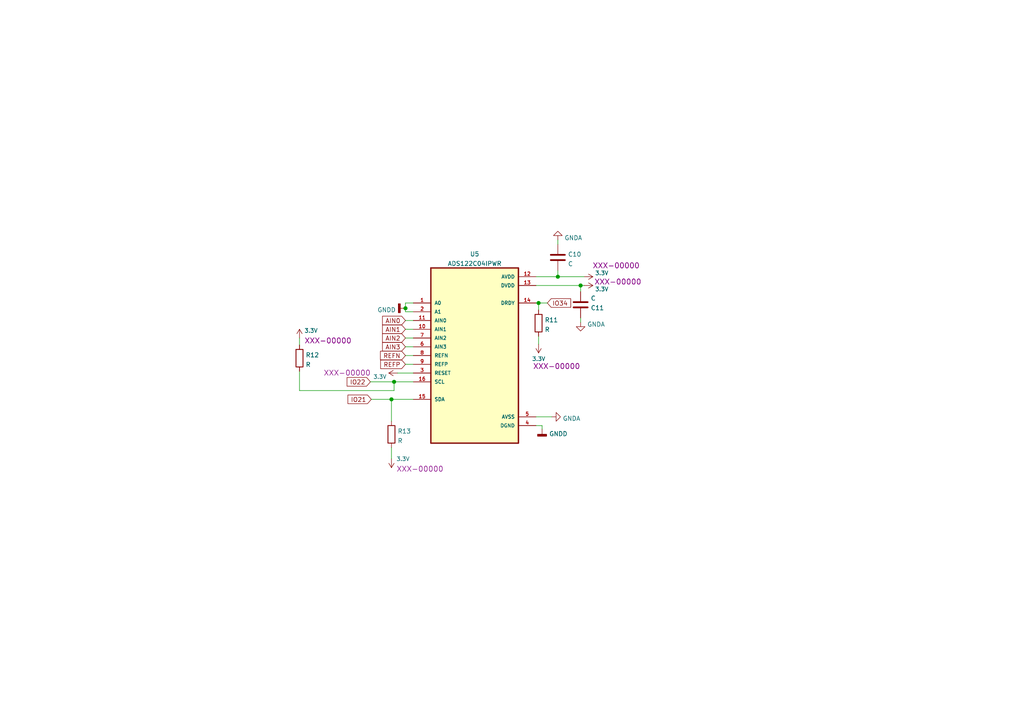
<source format=kicad_sch>
(kicad_sch (version 20210621) (generator eeschema)
  (paper "A4")
  (lib_symbols
    (symbol "ADC:ADS122C04IPWR" (pin_names (offset 1.016))
      (property "Reference" "U" (at -12.7 26.3906 0))
      (property "Value" "ADS122C04IPWR" (at -12.7 -29.3878 0))
      (symbol "ADS122C04IPWR_0_0"
        (rectangle (start -12.7 -25.4) (end 12.7 25.4) (stroke (width 0.4064)) (fill (type background)))
        (pin input line (at -17.78 15.24 0) (length 5.08) (name "A0") (number "1"))
        (pin input line (at -17.78 7.62 0) (length 5.08) (name "AIN1") (number "10"))
        (pin input line (at -17.78 10.16 0) (length 5.08) (name "AIN0") (number "11"))
        (pin power_in line (at 17.78 22.86 180) (length 5.08) (name "AVDD") (number "12"))
        (pin power_in line (at 17.78 20.32 180) (length 5.08) (name "DVDD") (number "13"))
        (pin output line (at 17.78 15.24 180) (length 5.08) (name "DRDY") (number "14"))
        (pin bidirectional line (at -17.78 -12.7 0) (length 5.08) (name "SDA") (number "15"))
        (pin input line (at -17.78 -7.62 0) (length 5.08) (name "SCL") (number "16"))
        (pin input line (at -17.78 12.7 0) (length 5.08) (name "A1") (number "2"))
        (pin input line (at -17.78 -5.08 0) (length 5.08) (name "RESET") (number "3"))
        (pin power_in line (at 17.78 -20.32 180) (length 5.08) (name "DGND") (number "4"))
        (pin power_in line (at 17.78 -17.78 180) (length 5.08) (name "AVSS") (number "5"))
        (pin input line (at -17.78 2.54 0) (length 5.08) (name "AIN3") (number "6"))
        (pin input line (at -17.78 5.08 0) (length 5.08) (name "AIN2") (number "7"))
        (pin input line (at -17.78 0 0) (length 5.08) (name "REFN") (number "8"))
        (pin input line (at -17.78 -2.54 0) (length 5.08) (name "REFP") (number "9"))
      )
    )
    (symbol "Device:C" (pin_numbers hide) (pin_names (offset 0.254))
      (property "Reference" "C" (at 0.635 2.54 0))
      (property "Value" "C" (at 0.635 -2.54 0))
      (symbol "C_0_1"
        (polyline (pts (xy -2.032 -0.762) (xy 2.032 -0.762)) (stroke (width 0.508)))
        (polyline (pts (xy -2.032 0.762) (xy 2.032 0.762)) (stroke (width 0.508)))
      )
      (symbol "C_1_1"
        (pin passive line (at 0 3.81 270) (length 2.794) (name "~") (number "1"))
        (pin passive line (at 0 -3.81 90) (length 2.794) (name "~") (number "2"))
      )
    )
    (symbol "Device:R" (pin_numbers hide) (pin_names (offset 0))
      (property "Reference" "R" (at 2.032 0 90))
      (property "Value" "R" (at 0 0 90))
      (symbol "R_0_1"
        (rectangle (start -1.016 -2.54) (end 1.016 2.54) (stroke (width 0.254)))
      )
      (symbol "R_1_1"
        (pin passive line (at 0 3.81 270) (length 1.27) (name "~") (number "1"))
        (pin passive line (at 0 -3.81 90) (length 1.27) (name "~") (number "2"))
      )
    )
    (symbol "SparkFun-PowerSymbols:3.3V" (power) (pin_numbers hide) (pin_names (offset 1.016) hide)
      (property "Value" "3.3V" (at -1.27 3.81 0))
      (property "Footprint" "XXX-00000" (at 0 7.62 0))
      (symbol "3.3V_1_0"
        (polyline (pts (xy 0 0) (xy 0 2.54)))
        (polyline (pts (xy 0 2.54) (xy -0.762 1.27)))
        (polyline (pts (xy 0.762 1.27) (xy 0 2.54)))
      )
      (symbol "3.3V_1_1"
        (pin power_in line (at 0 0 90) (length 0) hide (name "3.3V") (number "~"))
      )
    )
    (symbol "power:GNDA" (power) (pin_names (offset 0))
      (property "Value" "GNDA" (at 0 -3.81 0))
      (symbol "GNDA_0_1"
        (polyline (pts (xy 0 0) (xy 0 -1.27) (xy 1.27 -1.27) (xy 0 -2.54) (xy -1.27 -1.27) (xy 0 -1.27)))
      )
      (symbol "GNDA_1_1"
        (pin power_in line (at 0 0 270) (length 0) hide (name "GNDA") (number "1"))
      )
    )
    (symbol "power:GNDD" (power) (pin_names (offset 0))
      (property "Value" "GNDD" (at 0 -3.175 0))
      (symbol "GNDD_0_1"
        (rectangle (start -1.27 -1.524) (end 1.27 -2.032) (stroke (width 0.254)) (fill (type outline)))
        (polyline (pts (xy 0 0) (xy 0 -1.524)))
      )
      (symbol "GNDD_1_1"
        (pin power_in line (at 0 0 270) (length 0) hide (name "GNDD") (number "1"))
      )
    )
  )
  (junction (at 113.538 115.824) (diameter 1.016))
  (junction (at 114.3 110.744) (diameter 1.016))
  (junction (at 117.602 89.408) (diameter 1.016))
  (junction (at 156.21 87.884) (diameter 1.016))
  (junction (at 161.798 80.264) (diameter 1.016))
  (junction (at 168.402 82.804) (diameter 1.016))
  (wire (pts (xy 86.868 98.044) (xy 86.868 100.076)))
  (wire (pts (xy 86.868 107.696) (xy 86.868 113.284)))
  (wire (pts (xy 86.868 113.284) (xy 114.3 113.284)))
  (wire (pts (xy 107.442 110.744) (xy 114.3 110.744)))
  (wire (pts (xy 107.696 115.824) (xy 113.538 115.824)))
  (wire (pts (xy 113.538 115.824) (xy 113.538 122.174)))
  (wire (pts (xy 113.538 115.824) (xy 119.888 115.824)))
  (wire (pts (xy 113.538 129.794) (xy 113.538 133.096)))
  (wire (pts (xy 114.3 110.744) (xy 119.888 110.744)))
  (wire (pts (xy 114.3 113.284) (xy 114.3 110.744)))
  (wire (pts (xy 117.602 87.884) (xy 117.602 89.408)))
  (wire (pts (xy 117.602 89.408) (xy 117.602 90.424)))
  (wire (pts (xy 117.602 92.964) (xy 119.888 92.964)))
  (wire (pts (xy 117.602 95.504) (xy 119.888 95.504)))
  (wire (pts (xy 117.602 98.044) (xy 119.888 98.044)))
  (wire (pts (xy 117.602 100.584) (xy 119.888 100.584)))
  (wire (pts (xy 117.602 103.124) (xy 119.888 103.124)))
  (wire (pts (xy 117.602 105.664) (xy 119.888 105.664)))
  (wire (pts (xy 119.888 87.884) (xy 117.602 87.884)))
  (wire (pts (xy 119.888 90.424) (xy 117.602 90.424)))
  (wire (pts (xy 119.888 108.204) (xy 115.316 108.204)))
  (wire (pts (xy 155.448 80.264) (xy 161.798 80.264)))
  (wire (pts (xy 155.448 82.804) (xy 168.402 82.804)))
  (wire (pts (xy 155.448 87.884) (xy 156.21 87.884)))
  (wire (pts (xy 155.448 120.904) (xy 160.02 120.904)))
  (wire (pts (xy 155.448 123.444) (xy 157.226 123.444)))
  (wire (pts (xy 156.21 87.884) (xy 156.21 89.916)))
  (wire (pts (xy 156.21 87.884) (xy 158.75 87.884)))
  (wire (pts (xy 156.21 97.536) (xy 156.21 99.822)))
  (wire (pts (xy 157.226 123.444) (xy 157.226 124.46)))
  (wire (pts (xy 161.798 69.596) (xy 161.798 70.866)))
  (wire (pts (xy 161.798 78.486) (xy 161.798 80.264)))
  (wire (pts (xy 161.798 80.264) (xy 169.418 80.264)))
  (wire (pts (xy 168.402 82.804) (xy 168.402 84.582)))
  (wire (pts (xy 168.402 82.804) (xy 169.418 82.804)))
  (wire (pts (xy 168.402 93.472) (xy 168.402 92.202)))
  (global_label "IO22" (shape input) (at 107.442 110.744 180) (property "Intersheet References" "${INTERSHEET_REFS}" (effects hide)))
  (global_label "IO21" (shape input) (at 107.696 115.824 180) (property "Intersheet References" "${INTERSHEET_REFS}" (effects hide)))
  (global_label "AIN0" (shape input) (at 117.602 92.964 180) (property "Intersheet References" "${INTERSHEET_REFS}" (effects hide)))
  (global_label "AIN1" (shape input) (at 117.602 95.504 180) (property "Intersheet References" "${INTERSHEET_REFS}" (effects hide)))
  (global_label "AIN2" (shape input) (at 117.602 98.044 180) (property "Intersheet References" "${INTERSHEET_REFS}" (effects hide)))
  (global_label "AIN3" (shape input) (at 117.602 100.584 180) (property "Intersheet References" "${INTERSHEET_REFS}" (effects hide)))
  (global_label "REFN" (shape input) (at 117.602 103.124 180) (property "Intersheet References" "${INTERSHEET_REFS}" (effects hide)))
  (global_label "REFP" (shape input) (at 117.602 105.664 180) (property "Intersheet References" "${INTERSHEET_REFS}" (effects hide)))
  (global_label "IO34" (shape input) (at 158.75 87.884 0) (property "Intersheet References" "${INTERSHEET_REFS}" (effects hide)))
  (symbol (lib_id "SparkFun-PowerSymbols:3.3V") (at 86.868 98.044 0) (unit 1)
    (property "Reference" "#SUPPLY01" (effects hide))
    (property "Value" "3.3V" (at 88.2651 95.8998 0) (effects (font (size 1.143 1.143)) (justify left)))
    (property "Footprint" "XXX-00000" (at 88.2651 98.8007 0) (effects (font (size 1.524 1.524)) (justify left)))
  )
  (symbol (lib_id "SparkFun-PowerSymbols:3.3V") (at 113.538 133.096 180) (unit 1)
    (property "Reference" "#SUPPLY02" (effects hide))
    (property "Value" "3.3V" (at 114.9351 133.1108 0) (effects (font (size 1.143 1.143)) (justify right)))
    (property "Footprint" "XXX-00000" (at 114.9351 136.0117 0) (effects (font (size 1.524 1.524)) (justify right)))
  )
  (symbol (lib_id "SparkFun-PowerSymbols:3.3V") (at 115.316 108.204 90) (unit 1)
    (property "Reference" "#SUPPLY0104" (effects hide))
    (property "Value" "3.3V" (at 112.1409 109.2687 90) (effects (font (size 1.143 1.143)) (justify left)))
    (property "Footprint" "XXX-00000" (at 107.5689 108.1458 90) (effects (font (size 1.524 1.524)) (justify left)))
  )
  (symbol (lib_id "SparkFun-PowerSymbols:3.3V") (at 156.21 99.822 0) (mirror x) (unit 1)
    (property "Reference" "#SUPPLY0103" (effects hide))
    (property "Value" "3.3V" (at 154.3049 104.0913 0) (effects (font (size 1.143 1.143)) (justify left)))
    (property "Footprint" "XXX-00000" (at 154.5589 106.2302 0) (effects (font (size 1.524 1.524)) (justify left)))
  )
  (symbol (lib_id "SparkFun-PowerSymbols:3.3V") (at 169.418 80.264 270) (unit 1)
    (property "Reference" "#SUPPLY0102" (effects hide))
    (property "Value" "3.3V" (at 172.5931 79.1993 90) (effects (font (size 1.143 1.143)) (justify left)))
    (property "Footprint" "XXX-00000" (at 171.8311 77.0202 90) (effects (font (size 1.524 1.524)) (justify left)))
  )
  (symbol (lib_id "SparkFun-PowerSymbols:3.3V") (at 169.418 82.804 270) (mirror x) (unit 1)
    (property "Reference" "#SUPPLY0101" (effects hide))
    (property "Value" "3.3V" (at 172.5931 83.8687 90) (effects (font (size 1.143 1.143)) (justify left)))
    (property "Footprint" "XXX-00000" (at 172.3391 81.7298 90) (effects (font (size 1.524 1.524)) (justify left)))
  )
  (symbol (lib_id "power:GNDD") (at 117.602 89.408 270) (unit 1)
    (property "Reference" "#PWR0127" (effects hide))
    (property "Value" "GNDD" (at 114.808 89.887 90) (effects (justify right)))
  )
  (symbol (lib_id "power:GNDD") (at 157.226 124.46 0) (unit 1)
    (property "Reference" "#PWR0128" (effects hide))
    (property "Value" "GNDD" (at 159.2581 125.828 0) (effects (justify left)))
  )
  (symbol (lib_id "power:GNDA") (at 160.02 120.904 90) (unit 1)
    (property "Reference" "#PWR0129" (effects hide))
    (property "Value" "GNDA" (at 163.1951 121.383 90) (effects (justify right)))
  )
  (symbol (lib_id "power:GNDA") (at 161.798 69.596 180) (unit 1)
    (property "Reference" "#PWR0130" (effects hide))
    (property "Value" "GNDA" (at 163.7031 68.9955 0) (effects (justify right)))
  )
  (symbol (lib_id "power:GNDA") (at 168.402 93.472 0) (mirror y) (unit 1)
    (property "Reference" "#PWR0131" (effects hide))
    (property "Value" "GNDA" (at 170.3071 94.0725 0) (effects (justify right)))
  )
  (symbol (lib_id "Device:R") (at 86.868 103.886 0) (unit 1)
    (property "Reference" "R12" (at 88.6461 102.9775 0) (effects (justify left)))
    (property "Value" "R" (at 88.6461 105.7526 0) (effects (justify left)))
    (property "Footprint" "Resistor_SMD:R_0603_1608Metric_Pad0.98x0.95mm_HandSolder" (effects hide))
  )
  (symbol (lib_id "Device:R") (at 113.538 125.984 0) (unit 1)
    (property "Reference" "R13" (at 115.3161 125.0755 0) (effects (justify left)))
    (property "Value" "R" (at 115.3161 127.8506 0) (effects (justify left)))
    (property "Footprint" "Resistor_SMD:R_0603_1608Metric_Pad0.98x0.95mm_HandSolder" (effects hide))
  )
  (symbol (lib_id "Device:R") (at 156.21 93.726 0) (unit 1)
    (property "Reference" "R11" (at 157.9881 92.8175 0) (effects (justify left)))
    (property "Value" "R" (at 157.9881 95.5926 0) (effects (justify left)))
    (property "Footprint" "Resistor_SMD:R_0603_1608Metric_Pad0.98x0.95mm_HandSolder" (effects hide))
  )
  (symbol (lib_id "Device:C") (at 161.798 74.676 0) (unit 1)
    (property "Reference" "C10" (at 164.7191 73.7675 0) (effects (justify left)))
    (property "Value" "C" (at 164.7191 76.5426 0) (effects (justify left)))
    (property "Footprint" "Capacitor_SMD:C_0603_1608Metric" (effects hide))
  )
  (symbol (lib_id "Device:C") (at 168.402 88.392 0) (mirror x) (unit 1)
    (property "Reference" "C11" (at 171.3231 89.3005 0) (effects (justify left)))
    (property "Value" "C" (at 171.3231 86.5254 0) (effects (justify left)))
    (property "Footprint" "Capacitor_SMD:C_0603_1608Metric" (effects hide))
  )
  (symbol (lib_id "ADC:ADS122C04IPWR") (at 137.668 103.124 0) (unit 1)
    (property "Reference" "U5" (at 137.668 73.6812 0))
    (property "Value" "ADS122C04IPWR" (at 137.668 76.4563 0))
    (property "Footprint" "ADC:SOP65P640X120-16N" (effects hide))
  )
)
</source>
